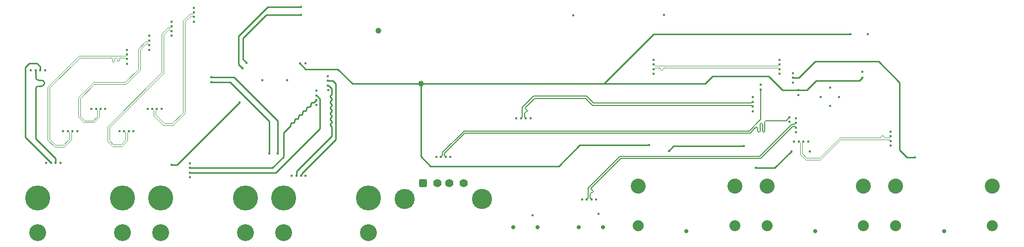
<source format=gbl>
%TF.GenerationSoftware,Altium Limited,Altium Designer,24.10.1 (45)*%
G04 Layer_Physical_Order=4*
G04 Layer_Color=16711680*
%FSLAX45Y45*%
%MOMM*%
%TF.SameCoordinates,079BFE04-B767-4AA5-AD7D-3EA92BFB1467*%
%TF.FilePolarity,Positive*%
%TF.FileFunction,Copper,L4,Bot,Signal*%
%TF.Part,Single*%
G01*
G75*
%TA.AperFunction,Conductor*%
%ADD10C,0.12170*%
%ADD33C,0.25400*%
%ADD36C,0.15540*%
%TA.AperFunction,ComponentPad*%
%ADD38C,0.70000*%
%ADD39C,1.42000*%
G04:AMPARAMS|DCode=40|XSize=1.42mm|YSize=1.42mm|CornerRadius=0.355mm|HoleSize=0mm|Usage=FLASHONLY|Rotation=0.000|XOffset=0mm|YOffset=0mm|HoleType=Round|Shape=RoundedRectangle|*
%AMROUNDEDRECTD40*
21,1,1.42000,0.71000,0,0,0.0*
21,1,0.71000,1.42000,0,0,0.0*
1,1,0.71000,0.35500,-0.35500*
1,1,0.71000,-0.35500,-0.35500*
1,1,0.71000,-0.35500,0.35500*
1,1,0.71000,0.35500,0.35500*
%
%ADD40ROUNDEDRECTD40*%
%ADD41C,3.45000*%
%ADD42C,2.88000*%
%ADD43C,4.27500*%
%ADD44C,2.56500*%
%ADD45C,1.87500*%
%TA.AperFunction,ViaPad*%
%ADD46C,0.45000*%
%ADD47C,1.00000*%
D10*
X1783936Y3343755D02*
G03*
X1765151Y3324970I0J-18785D01*
G01*
X1746366Y3280016D02*
G03*
X1765151Y3298801I0J18785D01*
G01*
X1727581D02*
G03*
X1746366Y3280016I18785J0D01*
G01*
X1727581Y3324970D02*
G03*
X1708796Y3343755I-18785J0D01*
G01*
X1708796D02*
G03*
X1690011Y3324970I0J-18785D01*
G01*
X1671226Y3267555D02*
G03*
X1690011Y3286340I0J18785D01*
G01*
X1652441D02*
G03*
X1671226Y3267555I18785J0D01*
G01*
X1652441Y3324970D02*
G03*
X1633656Y3343755I-18785J0D01*
G01*
X11010000Y3143755D02*
G03*
X11050000Y3143755I20000J0D01*
G01*
X11010000Y3150000D02*
G03*
X10986245Y3173755I-23755J0D01*
G01*
X11080000D02*
G03*
X11050000Y3143755I0J-30000D01*
G01*
X14761205Y1976245D02*
G03*
X14779990Y1995030I0J18785D01*
G01*
X14798775Y2018373D02*
G03*
X14779990Y1999589I0J-18785D01*
G01*
X14817558D02*
G03*
X14798775Y2018373I-18785J0D01*
G01*
X14817558Y1995030D02*
G03*
X14836343Y1976245I18785J0D01*
G01*
X1783936Y3343755D02*
X1830000D01*
X1765151Y3298801D02*
Y3324970D01*
X1746366Y3280016D02*
X1746366D01*
X1727581Y3298801D02*
Y3324970D01*
X1708796Y3343755D02*
X1708796D01*
X1690011Y3286340D02*
Y3324970D01*
X1671226Y3267555D02*
X1671226D01*
X1652441Y3286340D02*
Y3324970D01*
X1590000Y3343755D02*
X1633656D01*
X1830000D02*
X1876245D01*
X1093755D02*
X1590000D01*
X10913755Y3173755D02*
X10986245D01*
X11010000Y3143755D02*
Y3150000D01*
X11080000Y3173755D02*
X13016245D01*
X10890000Y3150000D02*
X10913755Y3173755D01*
Y3206245D02*
X13016245D01*
X10890000Y3230000D02*
X10913755Y3206245D01*
X13016245Y3173755D02*
X13039999Y3150000D01*
X13016245Y3206245D02*
X13039999Y3230000D01*
X14620000Y1976245D02*
X14761205D01*
X14779990Y1995030D02*
Y1999589D01*
X14798775Y2018373D02*
X14798775D01*
X14817558Y1995030D02*
Y1999589D01*
X14836343Y1976245D02*
X14880000D01*
X14070297D02*
X14620000D01*
X14880000D02*
X14916245D01*
X666542Y1817510D02*
X823458D01*
X547510Y1936542D02*
X666542Y1817510D01*
X580000Y1950000D02*
X680000Y1850000D01*
X810000D01*
X547510Y1936542D02*
Y2843458D01*
X580000Y1950000D02*
Y2830001D01*
X823458Y1817510D02*
X946245Y1940297D01*
X13426245Y1703755D02*
Y1886244D01*
Y1703755D02*
X13500000Y1630000D01*
X13370000Y1909999D02*
X13393755Y1886244D01*
Y1690297D02*
X13486542Y1597510D01*
X13426245Y1886244D02*
X13450000Y1909999D01*
X13393755Y1690297D02*
Y1886244D01*
X13500000Y1630000D02*
X13724052D01*
X13486542Y1597510D02*
X13737511D01*
X14916245Y1976245D02*
X14939999Y2000000D01*
X13737511Y1597510D02*
X14083755Y1943755D01*
X14916245D01*
X13724052Y1630000D02*
X14070297Y1976245D01*
X14916245Y1943755D02*
X14939999Y1920000D01*
X1080297Y3376245D02*
X1876245D01*
X547510Y2843458D02*
X1080297Y3376245D01*
X1876245D02*
X1900001Y3400000D01*
X580000Y2830001D02*
X1093755Y3343755D01*
X1876245D02*
X1900001Y3320000D01*
X1867511Y2925000D02*
X2092510Y3150000D01*
X1329053Y2925000D02*
X1867511D01*
X1067510Y2663458D02*
X1329053Y2925000D01*
X1100000Y2650000D02*
X1342510Y2892510D01*
X1880968D02*
X2125000Y3136542D01*
X1342510Y2892510D02*
X1880968D01*
X2125000Y3481346D02*
X2227409Y3583755D01*
X2092510Y3150000D02*
Y3494804D01*
X2213951Y3616245D01*
X2125000Y3136542D02*
Y3481346D01*
X1100000Y2345948D02*
Y2650000D01*
X1175948Y2270000D02*
X1320000D01*
X1100000Y2345948D02*
X1175948Y2270000D01*
X1162490Y2237510D02*
X1333458D01*
X1067510Y2332490D02*
X1162490Y2237510D01*
X1067510Y2332490D02*
Y2663458D01*
X1333458Y2237510D02*
X1426245Y2330297D01*
X2213951Y3616245D02*
X2256245D01*
X2280000Y3640000D01*
X2227409Y3583755D02*
X2256245D01*
X2280000Y3560000D01*
X1567510Y1911542D02*
Y2167510D01*
X2492510Y3092510D02*
Y3754805D01*
X1567510Y2167510D02*
X2492510Y3092510D01*
X1600000Y2154053D02*
X2525000Y3079053D01*
X1600000Y1925000D02*
Y2154053D01*
X2525000Y3079053D02*
Y3741347D01*
X2636245Y3856245D02*
X2660000Y3880000D01*
X2525000Y3741347D02*
X2607409Y3823755D01*
X2636245D01*
X2660000Y3800000D01*
X2492510Y3754805D02*
X2593951Y3856245D01*
X2636245D01*
X3016245Y4063755D02*
X3040000Y4040000D01*
X2973951Y4096245D02*
X3016245D01*
X2852752Y3975047D02*
X2973951Y4096245D01*
X3016245D02*
X3040000Y4120000D01*
X2885242Y2398811D02*
X2890000Y2394053D01*
X2885242Y2398811D02*
Y3961589D01*
X2852752Y2402753D02*
Y3975047D01*
X2885242Y3961589D02*
X2987408Y4063755D01*
X2670000Y2220000D02*
X2852752Y2402753D01*
X2987408Y4063755D02*
X3016245D01*
X1600000Y1925000D02*
X1665000Y1860000D01*
X1567510Y1911542D02*
X1651542Y1827510D01*
X1807510D01*
X1665000Y1860000D02*
X1794053D01*
X2386245Y2363755D02*
Y2446245D01*
Y2363755D02*
X2530000Y2220000D01*
X2330000Y2470000D02*
X2353755Y2446245D01*
Y2350298D02*
Y2446245D01*
Y2350298D02*
X2516542Y2187510D01*
X2683457D01*
X2386245Y2446245D02*
X2410000Y2470000D01*
X2530000Y2220000D02*
X2670000D01*
X2683457Y2187510D02*
X2890000Y2394053D01*
X1807510Y1827510D02*
X1906245Y1926245D01*
X1794053Y1860000D02*
X1873755Y1939702D01*
Y2066245D01*
X1906245Y1926245D02*
Y2066245D01*
X1850000Y2090000D02*
X1873755Y2066245D01*
X1906245D02*
X1930000Y2090000D01*
X1370000Y2470000D02*
X1393755Y2446245D01*
Y2343755D02*
Y2446245D01*
X1426245D02*
X1450000Y2470000D01*
X1426245Y2330297D02*
Y2446245D01*
X1320000Y2270000D02*
X1393755Y2343755D01*
X946245Y1940297D02*
Y2066245D01*
X913755Y1953755D02*
Y2066245D01*
X810000Y1850000D02*
X913755Y1953755D01*
X890000Y2090000D02*
X913755Y2066245D01*
X946245D02*
X970000Y2090000D01*
D33*
X440000Y2860000D02*
G03*
X490000Y2910000I0J50000D01*
G01*
X390000Y2860000D02*
G03*
X340000Y2810000I0J-50000D01*
G01*
X490000Y2910000D02*
G03*
X440000Y2960000I-50000J0D01*
G01*
X340000Y3010000D02*
G03*
X390000Y2960000I50000J0D01*
G01*
X160000Y1990000D02*
Y3180000D01*
X230000Y3250000D02*
X360000D01*
X160000Y3180000D02*
X230000Y3250000D01*
X360000D02*
X416250Y3193750D01*
Y3133750D02*
Y3193750D01*
X390000Y2860000D02*
X440000D01*
X390000Y2960000D02*
X440000D01*
X340000Y1960000D02*
Y2810000D01*
Y1960000D02*
X680000Y1620000D01*
X340000Y3010000D02*
Y3130000D01*
X416250Y3133750D02*
X420000Y3130000D01*
X160000Y1990000D02*
X600000Y1550000D01*
X10890000Y3750000D02*
X14250000D01*
X6915000Y2900000D02*
X10040000D01*
X10890000Y3750000D01*
X10040000Y2900000D02*
X11770000D01*
X5393451Y2716902D02*
Y2740000D01*
X5370551Y2694001D02*
X5393451Y2716902D01*
X5370551Y2668601D02*
Y2694001D01*
Y2668601D02*
X5393451Y2645701D01*
Y2620301D02*
Y2645701D01*
X5370551Y2597401D02*
X5393451Y2620301D01*
X5370551Y2572001D02*
Y2597401D01*
Y2572001D02*
X5393451Y2549101D01*
Y2523701D02*
Y2549101D01*
X5370551Y2500801D02*
X5393451Y2523701D01*
X5370551Y2475401D02*
Y2500801D01*
Y2475401D02*
X5393451Y2452501D01*
Y2427101D02*
Y2452501D01*
X5370551Y2404201D02*
X5393451Y2427101D01*
X5370551Y2378801D02*
Y2404201D01*
Y2378801D02*
X5393451Y2355901D01*
Y2330501D02*
Y2355901D01*
X5370551Y2307600D02*
X5393451Y2330501D01*
X5370551Y2282200D02*
Y2307600D01*
Y2282200D02*
X5393451Y2259300D01*
Y2233900D02*
Y2259300D01*
X5370551Y2211000D02*
X5393451Y2233900D01*
X5370551Y2185600D02*
Y2211000D01*
Y2185600D02*
X5393451Y2162700D01*
Y2150000D02*
Y2162700D01*
Y2740000D02*
Y2812251D01*
Y2003451D02*
Y2150000D01*
X5086248Y2576248D02*
X5100000Y2590000D01*
X5053863Y2576248D02*
X5086248D01*
X5035902Y2558288D02*
X5053863Y2576248D01*
X5035902Y2525902D02*
Y2558288D01*
X5016146Y2506146D02*
X5035902Y2525902D01*
X4983760Y2506146D02*
X5016146D01*
X4965800Y2488186D02*
X4983760Y2506146D01*
X4965800Y2455800D02*
Y2488186D01*
X4946044Y2436044D02*
X4965800Y2455800D01*
X4913658Y2436044D02*
X4946044D01*
X4895698Y2418084D02*
X4913658Y2436044D01*
X4895698Y2385698D02*
Y2418084D01*
X4875941Y2365942D02*
X4895698Y2385698D01*
X4843556Y2365942D02*
X4875941D01*
X4825596Y2347981D02*
X4843556Y2365942D01*
X4825596Y2315596D02*
Y2347981D01*
X4807635Y2297635D02*
X4825596Y2315596D01*
X4775250Y2297635D02*
X4807635D01*
X4757289Y2279675D02*
X4775250Y2297635D01*
X4757289Y2247289D02*
Y2279675D01*
X4739326Y2229326D02*
X4757289Y2247289D01*
X4706941Y2229326D02*
X4739326D01*
X4688980Y2211366D02*
X4706941Y2229326D01*
X4688980Y2178980D02*
Y2211366D01*
X4680000Y2170000D02*
X4688980Y2178980D01*
X5100000Y2590000D02*
X5130000Y2620000D01*
X4570000Y2060000D02*
X4680000Y2170000D01*
X5193451Y2133451D02*
Y2642250D01*
X4440000Y1380000D02*
X5193451Y2133451D01*
X5155101Y2680600D02*
X5193451Y2642250D01*
X5154704Y2680600D02*
X5155101D01*
X5130000Y2700000D02*
X5135304D01*
X5154704Y2680600D01*
X2970000Y1380000D02*
X4440000D01*
X4570000Y1650000D02*
Y2060000D01*
X4380000Y1460000D02*
X4570000Y1650000D01*
X2970000Y1460000D02*
X4380000D01*
X2660000Y1510000D02*
X2750000D01*
X4790000Y1400000D02*
X5393451Y2003451D01*
X5330000Y2870000D02*
X5335304D01*
X5357554Y2847750D01*
X5357952D01*
X5393451Y2812251D01*
X5410000Y2950000D02*
X5460000Y2900000D01*
X5330000Y2950000D02*
X5410000D01*
X5460000Y1940000D02*
Y2900000D01*
X4889400Y1354704D02*
Y1369400D01*
X5460000Y1940000D01*
X4870000Y1330000D02*
Y1335304D01*
X4889400Y1354704D01*
X4790000Y1330000D02*
Y1400000D01*
X4470000Y1710000D02*
Y2270000D01*
X3730000Y3010000D02*
X4470000Y2270000D01*
X3340000Y3010000D02*
X3730000D01*
X4330000Y1710000D02*
Y2260000D01*
X3339999Y2930000D02*
X3660000D01*
X4330000Y2260000D01*
X680000Y1550000D02*
Y1620000D01*
X4850000Y3250000D02*
X4950000Y3150000D01*
X4300000Y4210000D02*
X4870000D01*
X4280000Y4080000D02*
X4870000D01*
X3880000Y3680000D02*
X4280000Y4080000D01*
X3800000Y3710000D02*
X4300000Y4210000D01*
X2750000Y1510000D02*
X3820000Y2580000D01*
X4950000Y3150000D02*
X5500000D01*
X5750000Y2900000D01*
X6915000D01*
X3800000Y3230000D02*
Y3710000D01*
Y3230000D02*
X3870000Y3160000D01*
X3880000Y3320000D02*
Y3680000D01*
Y3320000D02*
X3940000Y3260000D01*
X11900000Y3030000D02*
X12850000D01*
X13089999Y2790000D01*
X11770000Y2900000D02*
X11900000Y3030000D01*
X12630000Y1460000D02*
X12960001D01*
X13239999Y1740000D01*
X11150000Y1750000D02*
X11230000Y1830000D01*
X12430000D01*
X13670000Y2950000D02*
X14405000D01*
X14455000Y3000000D01*
X13270000D02*
X13370000D01*
X13650000Y3280000D01*
X14730000D01*
X15089999Y2920000D01*
Y1770000D02*
X15220000Y1640000D01*
X15089999Y1770000D02*
Y2920000D01*
X15220000Y1640000D02*
X15350000D01*
X9270000Y1490000D02*
X9630000Y1850000D01*
X7080000Y1490000D02*
X9270000D01*
X9630000Y1850000D02*
X10810000D01*
X6915000Y1655000D02*
Y2900000D01*
Y1655000D02*
X7080000Y1490000D01*
X13510001Y2790000D02*
X13670000Y2950000D01*
X13360001Y2790000D02*
X13510001D01*
X13089999D02*
X13360001D01*
D36*
X12810725Y2270000D02*
G03*
X12790255Y2249530I0J-20470D01*
G01*
X12769785Y2071232D02*
G03*
X12790255Y2091701I0J20470D01*
G01*
X12749315D02*
G03*
X12769785Y2071232I20470J0D01*
G01*
X12749315Y2205685D02*
G03*
X12728845Y2226155I-20470J0D01*
G01*
X12728845D02*
G03*
X12708375Y2205685I0J-20470D01*
G01*
X12687905Y2071232D02*
G03*
X12708375Y2091701I0J20470D01*
G01*
X12667435D02*
G03*
X12687905Y2071232I20470J0D01*
G01*
X12667435Y2135797D02*
G03*
X12632491Y2150271I-20470J0D01*
G01*
X9825065Y1115066D02*
G03*
X9839540Y1080121I14474J-14474D01*
G01*
X9862333Y1059651D02*
G03*
X9841863Y1080121I-20470J0D01*
G01*
Y1039181D02*
G03*
X9862333Y1059651I0J20470D01*
G01*
X9825900Y1039181D02*
G03*
X9805430Y1018711I0J-20470D01*
G01*
X8701789Y2494288D02*
G03*
X8716263Y2459344I14474J-14474D01*
G01*
X8737919Y2438874D02*
G03*
X8717449Y2459344I-20470J0D01*
G01*
Y2418404D02*
G03*
X8737919Y2438874I0J20470D01*
G01*
X8705900Y2418404D02*
G03*
X8685430Y2397934I0J-20470D01*
G01*
X13155000Y2270000D02*
X13179170Y2294169D01*
X12810725Y2270000D02*
X13155000D01*
X12790255Y2091701D02*
Y2249530D01*
X12769785Y2071232D02*
X12769785D01*
X12749315Y2091701D02*
Y2205685D01*
X12728845Y2226155D02*
X12728845D01*
X12708375Y2091701D02*
Y2205685D01*
X12687905Y2071232D02*
X12687905D01*
X12667435Y2091701D02*
Y2135797D01*
X12608489Y2126269D02*
X12632491Y2150271D01*
X9970000Y1260000D02*
X10332500Y1622500D01*
X9825065Y1115066D02*
X9970000Y1260000D01*
X9839540Y1080121D02*
X9841863D01*
X9862333Y1059651D02*
Y1059651D01*
X9825900Y1039181D02*
X9841863D01*
X9805430Y970000D02*
Y1018711D01*
Y947070D02*
Y970000D01*
X8701789Y2494288D02*
X8855808Y2648307D01*
X8716263Y2459344D02*
X8717449D01*
X8737919Y2438874D02*
Y2438874D01*
X8705900Y2418404D02*
X8717449D01*
X8685430Y2349223D02*
Y2397934D01*
Y2333833D02*
Y2349223D01*
X8855808Y2648307D02*
X8857501Y2650000D01*
X8842647Y2685860D02*
X9744854D01*
X8857501Y2650000D02*
X9730000D01*
X8649570Y2333833D02*
Y2492784D01*
X8842647Y2685860D01*
X13179170Y2294169D02*
X13210001Y2325000D01*
X12537237Y2055016D02*
X12608489Y2126269D01*
X7666287Y2055016D02*
X12537237D01*
X12702090Y1658360D02*
X13251660Y2207930D01*
X10317646Y1658360D02*
X12702090D01*
X12716944Y1622500D02*
X13266515Y2172070D01*
X10332500Y1622500D02*
X12716944D01*
X9769571Y1110284D02*
X10317646Y1658360D01*
X13296165Y2172070D02*
X13318237Y2150000D01*
X13266515Y2172070D02*
X13296165D01*
X13318237Y2150000D02*
X13320000D01*
X13251660Y2207930D02*
X13296165D01*
X13318237Y2230000D01*
X13320000D01*
X9827501Y923236D02*
Y925000D01*
X9805430Y947070D02*
X9827501Y925000D01*
X9747500Y923236D02*
Y925000D01*
X9769571Y947070D01*
Y1110284D01*
X9744854Y2685860D02*
X9862784Y2567930D01*
X9847930Y2532070D02*
X12556166D01*
X9730000Y2650000D02*
X9847930Y2532070D01*
X9862784Y2567930D02*
X12556166D01*
X12578236Y2510000D02*
X12580000D01*
X12556166Y2532070D02*
X12578236Y2510000D01*
X12556166Y2567930D02*
X12578236Y2590000D01*
X12580000D01*
X8627500Y2311763D02*
X8649570Y2333833D01*
X8627500Y2309999D02*
Y2311763D01*
X8707500Y2309999D02*
Y2311763D01*
X8685430Y2333833D02*
X8707500Y2311763D01*
X12720000Y2288494D02*
Y2800000D01*
X12522383Y2090876D02*
X12720000Y2288494D01*
X7317930Y1706660D02*
X7666287Y2055016D01*
X7317930Y1673834D02*
Y1706660D01*
Y1673834D02*
X7340000Y1651764D01*
Y1650000D02*
Y1651764D01*
X7651433Y2090876D02*
X12522383D01*
X7282070Y1673834D02*
Y1721513D01*
X7651433Y2090876D01*
X7260000Y1650000D02*
Y1651764D01*
X7282070Y1673834D01*
D38*
X8492500Y445000D02*
D03*
X8907500D02*
D03*
X11450000Y380000D02*
D03*
X15850000D02*
D03*
X13650000D02*
D03*
X9612500Y445000D02*
D03*
X10027500D02*
D03*
D39*
X7400000Y1199000D02*
D03*
X7200000D02*
D03*
X7650000D02*
D03*
D40*
X6950000D02*
D03*
D41*
X6643000Y928000D02*
D03*
X7957000D02*
D03*
D42*
X3925000Y351500D02*
D03*
X2475000D02*
D03*
X6025000D02*
D03*
X4575000D02*
D03*
X1825000D02*
D03*
X375000D02*
D03*
D43*
X3925000Y947500D02*
D03*
X2475000D02*
D03*
X6025000D02*
D03*
X4575000D02*
D03*
X1825000D02*
D03*
X375000D02*
D03*
D44*
X12275000Y1148000D02*
D03*
X10625000D02*
D03*
X15025000D02*
D03*
X16674998D02*
D03*
X12825000D02*
D03*
X14474998D02*
D03*
D45*
X12275000Y470000D02*
D03*
X10625000D02*
D03*
X15025000D02*
D03*
X16674998D02*
D03*
X12825000D02*
D03*
X14474998D02*
D03*
D46*
X420000Y3130000D02*
D03*
X500000Y3130000D02*
D03*
X257150Y3127149D02*
D03*
X340000Y3130000D02*
D03*
X5130000Y2620000D02*
D03*
X2970000Y1380000D02*
D03*
X2972851Y1297150D02*
D03*
X2970000Y1540000D02*
D03*
X2970000Y1460000D02*
D03*
X5330000Y2950000D02*
D03*
X5132851Y2537150D02*
D03*
X5130000Y2780000D02*
D03*
X5130000Y2700000D02*
D03*
X5330000Y2870000D02*
D03*
X5332851Y2787150D02*
D03*
X5330001Y3030000D02*
D03*
X4870000Y1330000D02*
D03*
X4950000Y1329999D02*
D03*
X4707150Y1327149D02*
D03*
X4790000Y1330000D02*
D03*
X4470000Y1710000D02*
D03*
X600000Y1550000D02*
D03*
X517150Y1547149D02*
D03*
X760000Y1549999D02*
D03*
X680000Y1550000D02*
D03*
X4850000Y3250000D02*
D03*
X4210000Y2960000D02*
D03*
X4870000Y4080000D02*
D03*
Y4210000D02*
D03*
X3339999Y2930000D02*
D03*
X3340000Y3010000D02*
D03*
X3820000Y2580000D02*
D03*
X2660000Y1510000D02*
D03*
X4330000Y1710000D02*
D03*
X4950000Y3250000D02*
D03*
X3940000Y3260000D02*
D03*
X3870000Y3160000D02*
D03*
X11070000Y4080000D02*
D03*
X12630000Y1460000D02*
D03*
X12430000Y1830000D02*
D03*
X13450000Y1909999D02*
D03*
X13370000D02*
D03*
X13289999Y1910000D02*
D03*
X13530000D02*
D03*
X14940001Y1840000D02*
D03*
Y2080000D02*
D03*
X14939999Y2000000D02*
D03*
Y1920000D02*
D03*
X9520000Y4070000D02*
D03*
X13039999Y3230000D02*
D03*
Y3150000D02*
D03*
X14550000Y3750000D02*
D03*
X14250000D02*
D03*
X10890000Y3310000D02*
D03*
X10890000Y3230000D02*
D03*
Y3150000D02*
D03*
X10890000Y3070000D02*
D03*
X13039999Y3310000D02*
D03*
Y3070000D02*
D03*
X13270000Y3080000D02*
D03*
X4630000Y2960000D02*
D03*
X9950000Y675000D02*
D03*
X8827500Y650000D02*
D03*
X13270000Y2920000D02*
D03*
Y3000000D02*
D03*
X15350000Y1640000D02*
D03*
X11150000Y1750000D02*
D03*
X13239999Y1740000D02*
D03*
X13560001D02*
D03*
X10810000Y1850000D02*
D03*
X9747500Y923236D02*
D03*
X9827501D02*
D03*
X9907500Y923237D02*
D03*
X9667500D02*
D03*
X8547500Y2310000D02*
D03*
X8787500D02*
D03*
X8707500Y2309999D02*
D03*
X8627500D02*
D03*
X12580000Y2590000D02*
D03*
Y2510000D02*
D03*
X13320000Y2150000D02*
D03*
Y2230000D02*
D03*
X13320001Y2310000D02*
D03*
Y2070000D02*
D03*
X12720000Y2800000D02*
D03*
X12720000Y2880000D02*
D03*
X13210001Y2325000D02*
D03*
X13210001Y2245000D02*
D03*
X12580000Y2430000D02*
D03*
Y2670000D02*
D03*
X14455000Y3100000D02*
D03*
Y3000000D02*
D03*
X14055000Y2674999D02*
D03*
X13899998Y2520000D02*
D03*
X13900000Y2830000D02*
D03*
X13745000Y2675000D02*
D03*
X13359999Y2710000D02*
D03*
X13360001Y2790000D02*
D03*
X7180000Y1649999D02*
D03*
X7420000D02*
D03*
X7260000Y1650000D02*
D03*
X7340000D02*
D03*
X970000Y2090000D02*
D03*
X2490000Y2469999D02*
D03*
X2250000D02*
D03*
X2010000Y2090000D02*
D03*
X1770000D02*
D03*
X1530000Y2469999D02*
D03*
X1290000D02*
D03*
X1050000Y2090000D02*
D03*
X810000D02*
D03*
X3039999Y3960000D02*
D03*
Y4200000D02*
D03*
X2660000Y3720000D02*
D03*
Y3960000D02*
D03*
X2280000Y3480000D02*
D03*
Y3720000D02*
D03*
X1900000Y3480000D02*
D03*
Y3240000D02*
D03*
X2410000Y2470000D02*
D03*
X2330000D02*
D03*
X1930000Y2090000D02*
D03*
X1850000D02*
D03*
X1370000Y2470000D02*
D03*
X1450000D02*
D03*
X1900001Y3400000D02*
D03*
X2280000Y3640000D02*
D03*
Y3560000D02*
D03*
X1900001Y3320000D02*
D03*
X2660000Y3880000D02*
D03*
Y3800000D02*
D03*
X3040000Y4040000D02*
D03*
Y4120000D02*
D03*
X890000Y2090000D02*
D03*
D47*
X6190000Y3810000D02*
D03*
X6915000Y2900000D02*
D03*
%TF.MD5,c53ec053010cb3c8c8f6f7f4a6c80cf5*%
M02*

</source>
